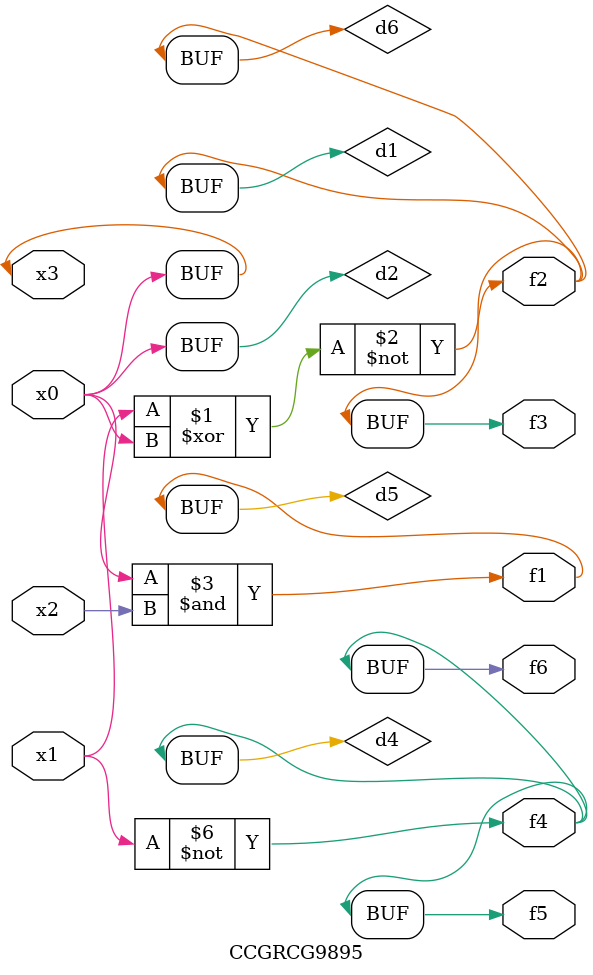
<source format=v>
module CCGRCG9895(
	input x0, x1, x2, x3,
	output f1, f2, f3, f4, f5, f6
);

	wire d1, d2, d3, d4, d5, d6;

	xnor (d1, x1, x3);
	buf (d2, x0, x3);
	nand (d3, x0, x2);
	not (d4, x1);
	nand (d5, d3);
	or (d6, d1);
	assign f1 = d5;
	assign f2 = d6;
	assign f3 = d6;
	assign f4 = d4;
	assign f5 = d4;
	assign f6 = d4;
endmodule

</source>
